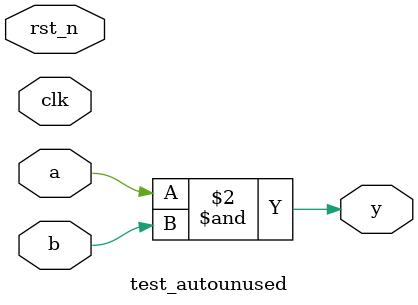
<source format=v>
module test_autounused (
    input wire clk,
    input wire rst_n,
    input wire a,
    input wire b,
    output reg y
);
/*AUTOUNUSED*/
always @(*) begin
    y = a & b;
end
endmodule

</source>
